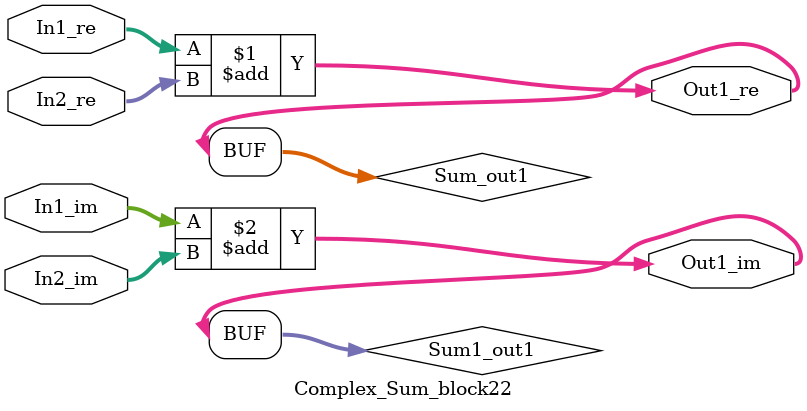
<source format=v>



`timescale 1 ns / 1 ns

module Complex_Sum_block22
          (In1_re,
           In1_im,
           In2_re,
           In2_im,
           Out1_re,
           Out1_im);


  input   signed [36:0] In1_re;  // sfix37_En22
  input   signed [36:0] In1_im;  // sfix37_En22
  input   signed [36:0] In2_re;  // sfix37_En22
  input   signed [36:0] In2_im;  // sfix37_En22
  output  signed [36:0] Out1_re;  // sfix37_En22
  output  signed [36:0] Out1_im;  // sfix37_En22


  wire signed [36:0] Sum_out1;  // sfix37_En22
  wire signed [36:0] Sum1_out1;  // sfix37_En22


  assign Sum_out1 = In1_re + In2_re;



  assign Out1_re = Sum_out1;

  assign Sum1_out1 = In1_im + In2_im;



  assign Out1_im = Sum1_out1;

endmodule  // Complex_Sum_block22


</source>
